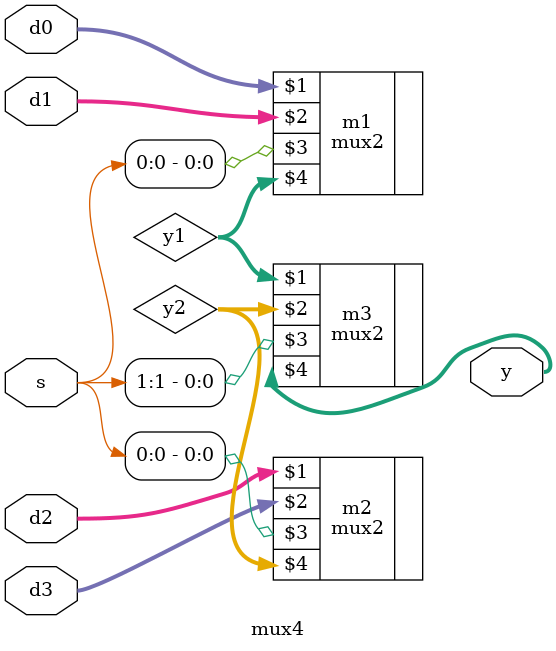
<source format=v>
module mux4 #(parameter WIDTH = 32)
             (input   [WIDTH-1:0] d0, d1, d2,d3,
              input   [1:0] s, 
              output  [WIDTH-1:0] y);
wire [WIDTH-1:0] y1,y2;

mux2  m1 (d0, d1, s[0], y1);
mux2  m2 (d2, d3, s[0], y2);
mux2  m3 (y1, y2, s[1], y);

endmodule 
</source>
